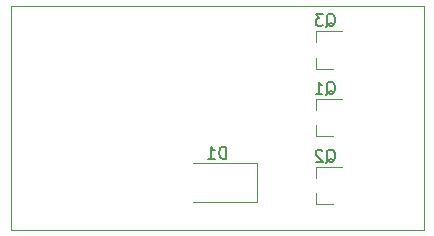
<source format=gbr>
%TF.GenerationSoftware,KiCad,Pcbnew,(5.1.6)-1*%
%TF.CreationDate,2020-09-18T09:58:32+02:00*%
%TF.ProjectId,rainbow-ledbar-CMS,7261696e-626f-4772-9d6c-65646261722d,rev?*%
%TF.SameCoordinates,Original*%
%TF.FileFunction,Legend,Bot*%
%TF.FilePolarity,Positive*%
%FSLAX46Y46*%
G04 Gerber Fmt 4.6, Leading zero omitted, Abs format (unit mm)*
G04 Created by KiCad (PCBNEW (5.1.6)-1) date 2020-09-18 09:58:32*
%MOMM*%
%LPD*%
G01*
G04 APERTURE LIST*
%TA.AperFunction,Profile*%
%ADD10C,0.050000*%
%TD*%
%ADD11C,0.120000*%
%ADD12C,0.150000*%
G04 APERTURE END LIST*
D10*
X140000000Y-91000000D02*
X140000000Y-72000000D01*
X175000000Y-91000000D02*
X140000000Y-91000000D01*
X175000000Y-72000000D02*
X175000000Y-91000000D01*
X140000000Y-72000000D02*
X175000000Y-72000000D01*
D11*
%TO.C,Q1*%
X165864000Y-83076000D02*
X165864000Y-82146000D01*
X165864000Y-79916000D02*
X165864000Y-80846000D01*
X165864000Y-79916000D02*
X168024000Y-79916000D01*
X165864000Y-83076000D02*
X167324000Y-83076000D01*
%TO.C,Q2*%
X165864000Y-88831000D02*
X167324000Y-88831000D01*
X165864000Y-85671000D02*
X168024000Y-85671000D01*
X165864000Y-85671000D02*
X165864000Y-86601000D01*
X165864000Y-88831000D02*
X165864000Y-87901000D01*
%TO.C,Q3*%
X165864000Y-77326000D02*
X165864000Y-76396000D01*
X165864000Y-74166000D02*
X165864000Y-75096000D01*
X165864000Y-74166000D02*
X168024000Y-74166000D01*
X165864000Y-77326000D02*
X167324000Y-77326000D01*
%TO.C,D1*%
X160880000Y-85345000D02*
X155480000Y-85345000D01*
X160880000Y-88645000D02*
X155480000Y-88645000D01*
X160880000Y-85345000D02*
X160880000Y-88645000D01*
%TD*%
%TO.C,Q1*%
D12*
X166719238Y-79543619D02*
X166814476Y-79496000D01*
X166909714Y-79400761D01*
X167052571Y-79257904D01*
X167147809Y-79210285D01*
X167243047Y-79210285D01*
X167195428Y-79448380D02*
X167290666Y-79400761D01*
X167385904Y-79305523D01*
X167433523Y-79115047D01*
X167433523Y-78781714D01*
X167385904Y-78591238D01*
X167290666Y-78496000D01*
X167195428Y-78448380D01*
X167004952Y-78448380D01*
X166909714Y-78496000D01*
X166814476Y-78591238D01*
X166766857Y-78781714D01*
X166766857Y-79115047D01*
X166814476Y-79305523D01*
X166909714Y-79400761D01*
X167004952Y-79448380D01*
X167195428Y-79448380D01*
X165814476Y-79448380D02*
X166385904Y-79448380D01*
X166100190Y-79448380D02*
X166100190Y-78448380D01*
X166195428Y-78591238D01*
X166290666Y-78686476D01*
X166385904Y-78734095D01*
%TO.C,Q2*%
X166719238Y-85298619D02*
X166814476Y-85251000D01*
X166909714Y-85155761D01*
X167052571Y-85012904D01*
X167147809Y-84965285D01*
X167243047Y-84965285D01*
X167195428Y-85203380D02*
X167290666Y-85155761D01*
X167385904Y-85060523D01*
X167433523Y-84870047D01*
X167433523Y-84536714D01*
X167385904Y-84346238D01*
X167290666Y-84251000D01*
X167195428Y-84203380D01*
X167004952Y-84203380D01*
X166909714Y-84251000D01*
X166814476Y-84346238D01*
X166766857Y-84536714D01*
X166766857Y-84870047D01*
X166814476Y-85060523D01*
X166909714Y-85155761D01*
X167004952Y-85203380D01*
X167195428Y-85203380D01*
X166385904Y-84298619D02*
X166338285Y-84251000D01*
X166243047Y-84203380D01*
X166004952Y-84203380D01*
X165909714Y-84251000D01*
X165862095Y-84298619D01*
X165814476Y-84393857D01*
X165814476Y-84489095D01*
X165862095Y-84631952D01*
X166433523Y-85203380D01*
X165814476Y-85203380D01*
%TO.C,Q3*%
X166719238Y-73793619D02*
X166814476Y-73746000D01*
X166909714Y-73650761D01*
X167052571Y-73507904D01*
X167147809Y-73460285D01*
X167243047Y-73460285D01*
X167195428Y-73698380D02*
X167290666Y-73650761D01*
X167385904Y-73555523D01*
X167433523Y-73365047D01*
X167433523Y-73031714D01*
X167385904Y-72841238D01*
X167290666Y-72746000D01*
X167195428Y-72698380D01*
X167004952Y-72698380D01*
X166909714Y-72746000D01*
X166814476Y-72841238D01*
X166766857Y-73031714D01*
X166766857Y-73365047D01*
X166814476Y-73555523D01*
X166909714Y-73650761D01*
X167004952Y-73698380D01*
X167195428Y-73698380D01*
X166433523Y-72698380D02*
X165814476Y-72698380D01*
X166147809Y-73079333D01*
X166004952Y-73079333D01*
X165909714Y-73126952D01*
X165862095Y-73174571D01*
X165814476Y-73269809D01*
X165814476Y-73507904D01*
X165862095Y-73603142D01*
X165909714Y-73650761D01*
X166004952Y-73698380D01*
X166290666Y-73698380D01*
X166385904Y-73650761D01*
X166433523Y-73603142D01*
%TO.C,D1*%
X158218095Y-84947380D02*
X158218095Y-83947380D01*
X157980000Y-83947380D01*
X157837142Y-83995000D01*
X157741904Y-84090238D01*
X157694285Y-84185476D01*
X157646666Y-84375952D01*
X157646666Y-84518809D01*
X157694285Y-84709285D01*
X157741904Y-84804523D01*
X157837142Y-84899761D01*
X157980000Y-84947380D01*
X158218095Y-84947380D01*
X156694285Y-84947380D02*
X157265714Y-84947380D01*
X156980000Y-84947380D02*
X156980000Y-83947380D01*
X157075238Y-84090238D01*
X157170476Y-84185476D01*
X157265714Y-84233095D01*
%TD*%
M02*

</source>
